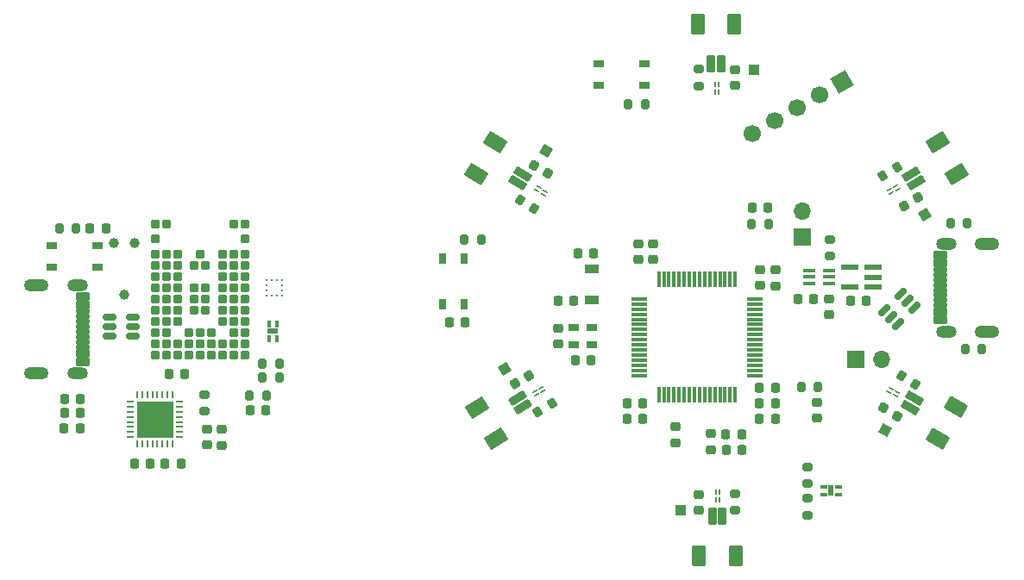
<source format=gts>
G04 #@! TF.GenerationSoftware,KiCad,Pcbnew,8.0.6*
G04 #@! TF.CreationDate,2025-05-06T14:55:23+02:00*
G04 #@! TF.ProjectId,Panelized,50616e65-6c69-47a6-9564-2e6b69636164,rev?*
G04 #@! TF.SameCoordinates,Original*
G04 #@! TF.FileFunction,Soldermask,Top*
G04 #@! TF.FilePolarity,Negative*
%FSLAX46Y46*%
G04 Gerber Fmt 4.6, Leading zero omitted, Abs format (unit mm)*
G04 Created by KiCad (PCBNEW 8.0.6) date 2025-05-06 14:55:23*
%MOMM*%
%LPD*%
G01*
G04 APERTURE LIST*
G04 Aperture macros list*
%AMRoundRect*
0 Rectangle with rounded corners*
0 $1 Rounding radius*
0 $2 $3 $4 $5 $6 $7 $8 $9 X,Y pos of 4 corners*
0 Add a 4 corners polygon primitive as box body*
4,1,4,$2,$3,$4,$5,$6,$7,$8,$9,$2,$3,0*
0 Add four circle primitives for the rounded corners*
1,1,$1+$1,$2,$3*
1,1,$1+$1,$4,$5*
1,1,$1+$1,$6,$7*
1,1,$1+$1,$8,$9*
0 Add four rect primitives between the rounded corners*
20,1,$1+$1,$2,$3,$4,$5,0*
20,1,$1+$1,$4,$5,$6,$7,0*
20,1,$1+$1,$6,$7,$8,$9,0*
20,1,$1+$1,$8,$9,$2,$3,0*%
%AMHorizOval*
0 Thick line with rounded ends*
0 $1 width*
0 $2 $3 position (X,Y) of the first rounded end (center of the circle)*
0 $4 $5 position (X,Y) of the second rounded end (center of the circle)*
0 Add line between two ends*
20,1,$1,$2,$3,$4,$5,0*
0 Add two circle primitives to create the rounded ends*
1,1,$1,$2,$3*
1,1,$1,$4,$5*%
%AMRotRect*
0 Rectangle, with rotation*
0 The origin of the aperture is its center*
0 $1 length*
0 $2 width*
0 $3 Rotation angle, in degrees counterclockwise*
0 Add horizontal line*
21,1,$1,$2,0,0,$3*%
G04 Aperture macros list end*
%ADD10RoundRect,0.150000X-0.512500X-0.150000X0.512500X-0.150000X0.512500X0.150000X-0.512500X0.150000X0*%
%ADD11RoundRect,0.200000X0.275000X-0.200000X0.275000X0.200000X-0.275000X0.200000X-0.275000X-0.200000X0*%
%ADD12RoundRect,0.200000X0.200000X0.275000X-0.200000X0.275000X-0.200000X-0.275000X0.200000X-0.275000X0*%
%ADD13RoundRect,0.225000X0.225000X0.250000X-0.225000X0.250000X-0.225000X-0.250000X0.225000X-0.250000X0*%
%ADD14C,0.990600*%
%ADD15RoundRect,0.218750X-0.218750X-0.256250X0.218750X-0.256250X0.218750X0.256250X-0.218750X0.256250X0*%
%ADD16R,0.254000X0.279400*%
%ADD17R,0.279400X0.254000*%
%ADD18R,0.304800X0.711200*%
%ADD19R,1.092200X0.508000*%
%ADD20RoundRect,0.102000X-0.575000X0.300000X-0.575000X-0.300000X0.575000X-0.300000X0.575000X0.300000X0*%
%ADD21RoundRect,0.102000X-0.575000X0.150000X-0.575000X-0.150000X0.575000X-0.150000X0.575000X0.150000X0*%
%ADD22O,2.004000X1.204000*%
%ADD23O,2.404000X1.204000*%
%ADD24RoundRect,0.225000X-0.225000X-0.250000X0.225000X-0.250000X0.225000X0.250000X-0.225000X0.250000X0*%
%ADD25RoundRect,0.225000X-0.250000X0.225000X-0.250000X-0.225000X0.250000X-0.225000X0.250000X0.225000X0*%
%ADD26R,0.990600X0.711200*%
%ADD27RoundRect,0.218750X0.218750X0.256250X-0.218750X0.256250X-0.218750X-0.256250X0.218750X-0.256250X0*%
%ADD28R,0.254000X0.762000*%
%ADD29R,0.762000X0.254000*%
%ADD30R,3.606800X3.606800*%
%ADD31RoundRect,0.102000X0.300000X-0.300000X0.300000X0.300000X-0.300000X0.300000X-0.300000X-0.300000X0*%
%ADD32RoundRect,0.200000X-0.200000X-0.275000X0.200000X-0.275000X0.200000X0.275000X-0.200000X0.275000X0*%
%ADD33R,0.711200X0.304800*%
%ADD34R,0.508000X1.092200*%
%ADD35RoundRect,0.102000X0.575000X-0.300000X0.575000X0.300000X-0.575000X0.300000X-0.575000X-0.300000X0*%
%ADD36RoundRect,0.102000X0.575000X-0.150000X0.575000X0.150000X-0.575000X0.150000X-0.575000X-0.150000X0*%
%ADD37RotRect,1.000000X1.000000X59.000000*%
%ADD38RoundRect,0.102000X-0.300000X-0.775000X0.300000X-0.775000X0.300000X0.775000X-0.300000X0.775000X0*%
%ADD39RoundRect,0.102000X-0.600000X-0.900000X0.600000X-0.900000X0.600000X0.900000X-0.600000X0.900000X0*%
%ADD40RoundRect,0.225000X0.250000X-0.225000X0.250000X0.225000X-0.250000X0.225000X-0.250000X-0.225000X0*%
%ADD41RoundRect,0.218750X0.256250X-0.218750X0.256250X0.218750X-0.256250X0.218750X-0.256250X-0.218750X0*%
%ADD42R,1.397000X0.965200*%
%ADD43R,1.000000X1.000000*%
%ADD44RoundRect,0.150000X0.256326X0.468458X-0.468458X-0.256326X-0.256326X-0.468458X0.468458X0.256326X0*%
%ADD45RoundRect,0.200000X-0.313069X-0.132713X0.029798X-0.338729X0.313069X0.132713X-0.029798X0.338729X0*%
%ADD46RoundRect,0.200000X-0.275000X0.200000X-0.275000X-0.200000X0.275000X-0.200000X0.275000X0.200000X0*%
%ADD47RotRect,1.000000X1.000000X61.000000*%
%ADD48R,1.200000X0.400000*%
%ADD49R,0.711200X0.990600*%
%ADD50RoundRect,0.075000X-0.700000X-0.075000X0.700000X-0.075000X0.700000X0.075000X-0.700000X0.075000X0*%
%ADD51RoundRect,0.075000X-0.075000X-0.700000X0.075000X-0.700000X0.075000X0.700000X-0.075000X0.700000X0*%
%ADD52RoundRect,0.102000X-0.509793X0.656305X-0.818816X0.142004X0.509793X-0.656305X0.818816X-0.142004X0*%
%ADD53RoundRect,0.102000X-0.462428X0.977835X-1.080473X-0.050766X0.462428X-0.977835X1.080473X0.050766X0*%
%ADD54R,0.990600X0.736600*%
%ADD55RoundRect,0.225000X-0.321622X-0.098408X0.064103X-0.330175X0.321622X0.098408X-0.064103X0.330175X0*%
%ADD56R,1.700000X1.700000*%
%ADD57O,1.700000X1.700000*%
%ADD58RotRect,1.700000X1.700000X300.000000*%
%ADD59HorizOval,1.700000X0.000000X0.000000X0.000000X0.000000X0*%
%ADD60RotRect,0.533400X0.152400X329.000000*%
%ADD61RoundRect,0.200000X0.310705X0.138157X-0.035705X0.338157X-0.310705X-0.138157X0.035705X-0.338157X0*%
%ADD62RoundRect,0.225000X0.319856X0.104006X-0.069856X0.329006X-0.319856X-0.104006X0.069856X-0.329006X0*%
%ADD63RoundRect,0.102000X0.521170X-0.647308X0.821170X-0.127692X-0.521170X0.647308X-0.821170X0.127692X0*%
%ADD64RoundRect,0.102000X0.479423X-0.969615X1.079423X0.069615X-0.479423X0.969615X-1.079423X-0.069615X0*%
%ADD65RotRect,0.533400X0.152400X150.000000*%
%ADD66RoundRect,0.102000X0.300000X0.775000X-0.300000X0.775000X-0.300000X-0.775000X0.300000X-0.775000X0*%
%ADD67RoundRect,0.102000X0.600000X0.900000X-0.600000X0.900000X-0.600000X-0.900000X0.600000X-0.900000X0*%
%ADD68R,0.152400X0.533400*%
%ADD69RotRect,0.533400X0.152400X211.000000*%
%ADD70RotRect,1.000000X1.000000X211.000000*%
%ADD71RoundRect,0.225000X0.064103X0.330175X-0.321622X0.098408X-0.064103X-0.330175X0.321622X-0.098408X0*%
%ADD72RoundRect,0.102000X0.818816X0.142004X0.509793X0.656305X-0.818816X-0.142004X-0.509793X-0.656305X0*%
%ADD73RoundRect,0.102000X1.080473X-0.050766X0.462428X0.977835X-1.080473X0.050766X-0.462428X-0.977835X0*%
%ADD74RoundRect,0.200000X0.029798X0.338729X-0.313069X0.132713X-0.029798X-0.338729X0.313069X-0.132713X0*%
%ADD75RotRect,0.533400X0.152400X32.000000*%
%ADD76RoundRect,0.225000X-0.058331X-0.331244X0.323291X-0.092780X0.058331X0.331244X-0.323291X0.092780X0*%
%ADD77RoundRect,0.102000X-0.816213X-0.156273X-0.498261X-0.665102X0.816213X0.156273X0.498261X0.665102X0*%
%ADD78RoundRect,0.102000X-1.081195X0.031902X-0.445292X-0.985756X1.081195X-0.031902X0.445292X0.985756X0*%
%ADD79RoundRect,0.200000X-0.023882X-0.339197X0.315337X-0.127229X0.023882X0.339197X-0.315337X0.127229X0*%
%ADD80RotRect,1.000000X1.000000X122.000000*%
%ADD81R,1.805236X0.612132*%
G04 APERTURE END LIST*
D10*
X95962500Y-99245000D03*
X95962500Y-100195000D03*
X95962500Y-101145000D03*
X98237500Y-101145000D03*
X98237500Y-100195000D03*
X98237500Y-99245000D03*
D11*
X105235000Y-108510002D03*
X105235000Y-106860002D03*
D12*
X111335000Y-106970000D03*
X109685000Y-106970000D03*
D13*
X93059999Y-107269999D03*
X91509997Y-107269999D03*
D14*
X97425001Y-97015004D03*
X96409000Y-91935001D03*
X98441002Y-91935001D03*
D15*
X109722501Y-108394998D03*
X111297505Y-108395000D03*
D16*
X111346899Y-97157000D03*
X111846901Y-97157000D03*
X112346900Y-97157001D03*
X112846900Y-97157000D03*
D17*
X112858900Y-96644999D03*
X112858901Y-96145000D03*
D16*
X112846901Y-95633000D03*
X112346899Y-95633000D03*
X111846900Y-95632999D03*
X111346900Y-95633000D03*
D17*
X111334900Y-96145001D03*
X111334899Y-96645000D03*
D18*
X112385000Y-99894999D03*
X111584900Y-99894997D03*
X111584902Y-101393601D03*
X112385002Y-101393603D03*
D19*
X111984951Y-100644300D03*
D20*
X93372500Y-97235747D03*
X93372500Y-98035750D03*
D21*
X93372499Y-99185751D03*
X93372502Y-100185747D03*
X93372500Y-100685747D03*
X93372502Y-101685751D03*
D20*
X93372500Y-102835750D03*
X93372503Y-103635753D03*
D21*
X93372500Y-102185750D03*
X93372498Y-101185752D03*
X93372499Y-99685750D03*
X93372500Y-98685750D03*
D22*
X92797501Y-96115748D03*
D23*
X88797500Y-96115747D03*
D22*
X92797502Y-104755752D03*
D23*
X88797500Y-104755753D03*
D24*
X101784999Y-104845000D03*
X103335001Y-104845000D03*
D13*
X93060001Y-108645000D03*
X91509999Y-108645000D03*
D25*
X105490000Y-110259999D03*
X105490000Y-111810001D03*
D26*
X94810001Y-94344999D03*
X90309998Y-94344999D03*
X94810002Y-92195001D03*
X90309999Y-92195001D03*
D24*
X94034999Y-90495000D03*
X95585001Y-90495000D03*
D25*
X106990000Y-110279999D03*
X106990000Y-111830001D03*
D27*
X102977502Y-113684999D03*
X101402498Y-113685001D03*
D28*
X98650000Y-111716400D03*
X99150000Y-111716404D03*
X99649998Y-111716399D03*
X100149999Y-111716401D03*
X100650002Y-111716399D03*
X101150000Y-111716400D03*
X101649998Y-111716400D03*
X102149998Y-111716400D03*
D29*
X102825699Y-111040699D03*
X102825703Y-110540699D03*
X102825698Y-110040701D03*
X102825700Y-109540700D03*
X102825698Y-109040697D03*
X102825699Y-108540699D03*
X102825699Y-108040701D03*
X102825699Y-107540701D03*
D28*
X102149998Y-106865000D03*
X101649998Y-106864996D03*
X101150000Y-106865001D03*
X100649999Y-106864999D03*
X100149996Y-106865001D03*
X99649998Y-106865000D03*
X99150000Y-106865000D03*
X98650000Y-106865000D03*
D29*
X97974299Y-107540701D03*
X97974295Y-108040701D03*
X97974300Y-108540699D03*
X97974298Y-109040700D03*
X97974300Y-109540703D03*
X97974299Y-110040701D03*
X97974299Y-110540699D03*
X97974299Y-111040699D03*
D30*
X100399999Y-109290700D03*
D13*
X99955001Y-113675000D03*
X98404999Y-113675000D03*
D27*
X93082499Y-110150000D03*
X91507495Y-110149998D03*
D31*
X109235006Y-102969999D03*
X108135005Y-102970000D03*
X107035003Y-102969997D03*
X105935004Y-102970000D03*
X104835005Y-102970003D03*
X103735004Y-102970000D03*
X102635002Y-102970001D03*
X101535004Y-102970001D03*
X100435004Y-102969998D03*
X109235004Y-101870000D03*
X108135004Y-101870004D03*
X107035004Y-101870000D03*
X105935004Y-101870002D03*
X104835004Y-101870000D03*
X103735006Y-101870002D03*
X102635004Y-101870000D03*
X101535003Y-101869999D03*
X100435004Y-101870000D03*
X109235003Y-100770001D03*
X108135004Y-100770001D03*
X105935004Y-100770000D03*
X104835000Y-100770000D03*
X103735004Y-100770000D03*
X101535003Y-100770000D03*
X100435000Y-100770000D03*
X109235004Y-99670000D03*
X108135004Y-99670000D03*
X107035004Y-99670000D03*
X102635004Y-99670000D03*
X101535009Y-99669998D03*
X100435004Y-99670000D03*
X109235006Y-98569998D03*
X108135004Y-98570000D03*
X107035004Y-98570001D03*
X105385004Y-98570000D03*
X104285004Y-98570000D03*
X102635004Y-98570000D03*
X101535004Y-98570000D03*
X100435002Y-98570000D03*
X109235004Y-97470000D03*
X108135004Y-97470004D03*
X107035004Y-97470000D03*
X105385002Y-97470001D03*
X104285006Y-97469999D03*
X102635004Y-97470000D03*
X101535004Y-97469996D03*
X100435004Y-97470000D03*
X109235006Y-96370000D03*
X108135004Y-96370000D03*
X107035004Y-96370000D03*
X105385004Y-96370000D03*
X104285004Y-96370000D03*
X102635004Y-96369999D03*
X101535004Y-96370000D03*
X100435002Y-96370002D03*
X109235004Y-95270000D03*
X108134999Y-95270002D03*
X107035004Y-95270000D03*
X102635004Y-95270000D03*
X101535004Y-95270000D03*
X100435004Y-95270000D03*
X109235008Y-94170000D03*
X108135005Y-94170000D03*
X107035004Y-94170000D03*
X105385004Y-94170000D03*
X104285004Y-94170000D03*
X102635006Y-94170005D03*
X101535004Y-94169999D03*
X100435005Y-94169999D03*
X109235004Y-93070000D03*
X108135005Y-93070001D03*
X107035004Y-93070000D03*
X104835004Y-93070000D03*
X102635004Y-93070000D03*
X101535004Y-93069996D03*
X100435004Y-93070000D03*
X109235004Y-91570000D03*
X100435002Y-91569999D03*
X109235004Y-90070000D03*
X108135004Y-90070000D03*
X101535004Y-90070000D03*
X100435004Y-90070000D03*
D32*
X91035000Y-90495000D03*
X92685000Y-90495000D03*
X110960000Y-103820000D03*
X112610000Y-103820000D03*
X110960000Y-105145000D03*
X112610000Y-105145000D03*
D24*
X159725546Y-106227899D03*
X161275548Y-106227899D03*
D33*
X166021246Y-115887850D03*
X166021246Y-116687948D03*
X167519848Y-116687948D03*
X167519848Y-115887850D03*
D34*
X166770547Y-116287899D03*
D35*
X177525547Y-99537899D03*
X177525547Y-98737899D03*
D36*
X177525547Y-97587899D03*
X177525547Y-96587899D03*
X177525547Y-96087899D03*
X177525547Y-95087899D03*
D35*
X177525547Y-93937899D03*
X177525547Y-93137899D03*
D36*
X177525547Y-94587899D03*
X177525547Y-95587899D03*
X177525547Y-97087899D03*
X177525547Y-98087899D03*
D22*
X178100547Y-100657899D03*
D23*
X182100547Y-100657899D03*
D22*
X178100547Y-92017899D03*
D23*
X182100547Y-92017899D03*
D13*
X148285548Y-107717899D03*
X146735546Y-107717899D03*
D11*
X166670547Y-93277899D03*
X166670547Y-91627899D03*
D37*
X138795728Y-82921311D03*
D38*
X155098894Y-118839600D03*
X156098891Y-118839603D03*
D39*
X153798893Y-122714599D03*
X157398895Y-122714602D03*
D13*
X141495548Y-97611899D03*
X139945546Y-97611899D03*
D24*
X159725546Y-109247899D03*
X161275548Y-109247899D03*
D25*
X151500547Y-110037899D03*
X151500547Y-111587899D03*
D40*
X147820547Y-93582899D03*
X147820547Y-92032899D03*
D41*
X165385547Y-109167900D03*
X165385547Y-107592898D03*
D42*
X143260547Y-94519899D03*
X143260547Y-97567899D03*
D43*
X151998894Y-118239600D03*
D44*
X174916640Y-98295304D03*
X174244878Y-97623574D03*
X173573120Y-96951808D03*
X171964454Y-98560494D03*
X172636216Y-99232224D03*
X173307974Y-99903990D03*
D45*
X136218558Y-87736407D03*
X137632898Y-88586215D03*
D46*
X164410060Y-113978210D03*
X164410060Y-115628210D03*
D40*
X161280547Y-96182900D03*
X161280547Y-94632898D03*
D25*
X166580573Y-97457893D03*
X166580547Y-99007899D03*
D47*
X172092359Y-110369094D03*
D12*
X148525547Y-78317899D03*
X146875547Y-78317899D03*
D48*
X166555543Y-95942842D03*
X166555544Y-95292904D03*
X166555561Y-94642868D03*
X164655545Y-94642924D03*
X164655544Y-95292862D03*
X164655527Y-95942898D03*
D49*
X128635548Y-97997900D03*
X128635548Y-93497897D03*
X130785546Y-97997901D03*
X130785546Y-93497898D03*
D50*
X147935547Y-97467899D03*
X147935547Y-97967899D03*
X147935547Y-98467899D03*
X147935547Y-98967899D03*
X147935547Y-99467899D03*
X147935547Y-99967899D03*
X147935547Y-100467899D03*
X147935547Y-100967899D03*
X147935547Y-101467899D03*
X147935547Y-101967899D03*
X147935547Y-102467899D03*
X147935547Y-102967899D03*
X147935547Y-103467899D03*
X147935547Y-103967899D03*
X147935547Y-104467899D03*
X147935547Y-104967899D03*
D51*
X149860547Y-106892899D03*
X150360547Y-106892899D03*
X150860547Y-106892899D03*
X151360547Y-106892899D03*
X151860547Y-106892899D03*
X152360547Y-106892899D03*
X152860547Y-106892899D03*
X153360547Y-106892899D03*
X153860547Y-106892899D03*
X154360547Y-106892899D03*
X154860547Y-106892899D03*
X155360547Y-106892899D03*
X155860547Y-106892899D03*
X156360547Y-106892899D03*
X156860547Y-106892899D03*
X157360547Y-106892899D03*
D50*
X159285547Y-104967899D03*
X159285547Y-104467899D03*
X159285547Y-103967899D03*
X159285547Y-103467899D03*
X159285547Y-102967899D03*
X159285547Y-102467899D03*
X159285547Y-101967899D03*
X159285547Y-101467899D03*
X159285547Y-100967899D03*
X159285547Y-100467899D03*
X159285547Y-99967899D03*
X159285547Y-99467899D03*
X159285547Y-98967899D03*
X159285547Y-98467899D03*
X159285547Y-97967899D03*
X159285547Y-97467899D03*
D51*
X157360547Y-95542899D03*
X156860547Y-95542899D03*
X156360547Y-95542899D03*
X155860547Y-95542899D03*
X155360547Y-95542899D03*
X154860547Y-95542899D03*
X154360547Y-95542899D03*
X153860547Y-95542899D03*
X153360547Y-95542899D03*
X152860547Y-95542899D03*
X152360547Y-95542899D03*
X151860547Y-95542899D03*
X151360547Y-95542899D03*
X150860547Y-95542899D03*
X150360547Y-95542899D03*
X149860547Y-95542899D03*
D24*
X159725550Y-107737898D03*
X161275544Y-107737900D03*
D13*
X165055548Y-97437899D03*
X163505546Y-97437899D03*
D43*
X159170547Y-74967899D03*
D52*
X136485730Y-85201308D03*
X135970683Y-86058473D03*
D53*
X133833751Y-82091221D03*
X131979605Y-85177019D03*
D24*
X156440547Y-110757899D03*
X157990547Y-110757899D03*
D25*
X139940547Y-100352898D03*
X139940547Y-101902900D03*
D54*
X141546946Y-100248998D03*
X141546947Y-101978998D03*
X143274148Y-101978998D03*
X143274147Y-100248998D03*
D13*
X170245550Y-97677912D03*
X168695544Y-97677886D03*
D12*
X132435547Y-91592899D03*
X130785547Y-91592899D03*
D40*
X159780547Y-96157901D03*
X159780547Y-94607899D03*
D55*
X137633603Y-84310237D03*
X138962203Y-85108547D03*
D40*
X153798894Y-118209600D03*
X153798896Y-116659608D03*
D12*
X165480547Y-106097900D03*
X163830547Y-106097900D03*
D32*
X179925553Y-102367923D03*
X181575541Y-102367875D03*
D56*
X163910569Y-91347897D03*
D57*
X163910547Y-88807899D03*
D41*
X154985547Y-112265399D03*
X154985547Y-110690399D03*
D58*
X167869661Y-76147899D03*
D59*
X165669956Y-77417899D03*
X163470252Y-78687899D03*
X161270547Y-79957899D03*
X159070843Y-81227899D03*
D11*
X157318896Y-118244599D03*
X157318892Y-116594601D03*
D13*
X130825547Y-99757898D03*
X129275547Y-99757898D03*
D60*
X138080983Y-86499190D03*
X137874967Y-86842055D03*
X138506357Y-87221432D03*
X138712373Y-86878567D03*
D61*
X175067634Y-105872475D03*
X173638702Y-105047487D03*
D62*
X173263172Y-108949973D03*
X171920828Y-108174973D03*
D63*
X174487305Y-108114344D03*
X174987340Y-107248326D03*
D64*
X177193178Y-111177668D03*
X178993183Y-108059992D03*
D65*
X173079808Y-106979060D03*
X173279774Y-106632648D03*
X172641846Y-106264318D03*
X172441880Y-106610730D03*
D66*
X155990548Y-74317902D03*
X154990551Y-74317898D03*
D67*
X157290550Y-70442904D03*
X153690546Y-70442896D03*
D25*
X157320550Y-74952902D03*
X157320546Y-76502896D03*
D46*
X153770543Y-74902899D03*
X153770553Y-76552899D03*
D68*
X155764999Y-76380335D03*
X155364999Y-76380335D03*
X155364999Y-77116935D03*
X155764999Y-77116935D03*
D69*
X173333413Y-86716198D03*
X173127419Y-86373402D03*
X172495975Y-86752794D03*
X172701969Y-87095590D03*
D70*
X175970696Y-89177380D03*
D71*
X175295322Y-87513394D03*
X173966718Y-88311714D03*
D72*
X175101673Y-86037776D03*
X174586672Y-85180597D03*
D73*
X179092766Y-85156285D03*
X177238658Y-82070462D03*
D74*
X173242225Y-84503684D03*
X171827931Y-85353482D03*
D75*
X137653253Y-106558858D03*
X137865242Y-106898057D03*
X138489933Y-106507718D03*
X138277944Y-106168519D03*
D76*
X135782414Y-105791172D03*
X137096900Y-104969800D03*
D77*
X135979691Y-107211510D03*
X136509587Y-108059563D03*
D78*
X132004616Y-108162498D03*
X133912310Y-111215482D03*
D79*
X137963422Y-108602399D03*
X139362676Y-107728017D03*
D80*
X134730547Y-104347899D03*
D68*
X155438895Y-117167899D03*
X155838895Y-117167899D03*
X155838895Y-116431299D03*
X155438895Y-116431299D03*
D26*
X143980546Y-74322900D03*
X148480548Y-74322900D03*
X143980546Y-76472898D03*
X148480548Y-76472898D03*
D13*
X143215548Y-103517899D03*
X141665546Y-103517899D03*
D11*
X164416206Y-118708210D03*
X164416206Y-117058210D03*
D12*
X180125551Y-89997897D03*
X178475543Y-89997901D03*
D56*
X169153046Y-103377889D03*
D57*
X171693044Y-103377875D03*
D13*
X143465548Y-92951899D03*
X141915546Y-92951899D03*
D40*
X149330547Y-93572899D03*
X149330547Y-92022899D03*
D24*
X156465547Y-112257899D03*
X158015547Y-112257899D03*
D81*
X170881032Y-96267902D03*
X170881030Y-95317898D03*
X170881027Y-94367897D03*
X168580062Y-94367896D03*
X168580067Y-96267901D03*
D32*
X158963047Y-90137899D03*
X160613047Y-90137899D03*
D27*
X160588049Y-88537900D03*
X159013045Y-88537898D03*
D13*
X148285550Y-109237898D03*
X146735548Y-109237898D03*
M02*

</source>
